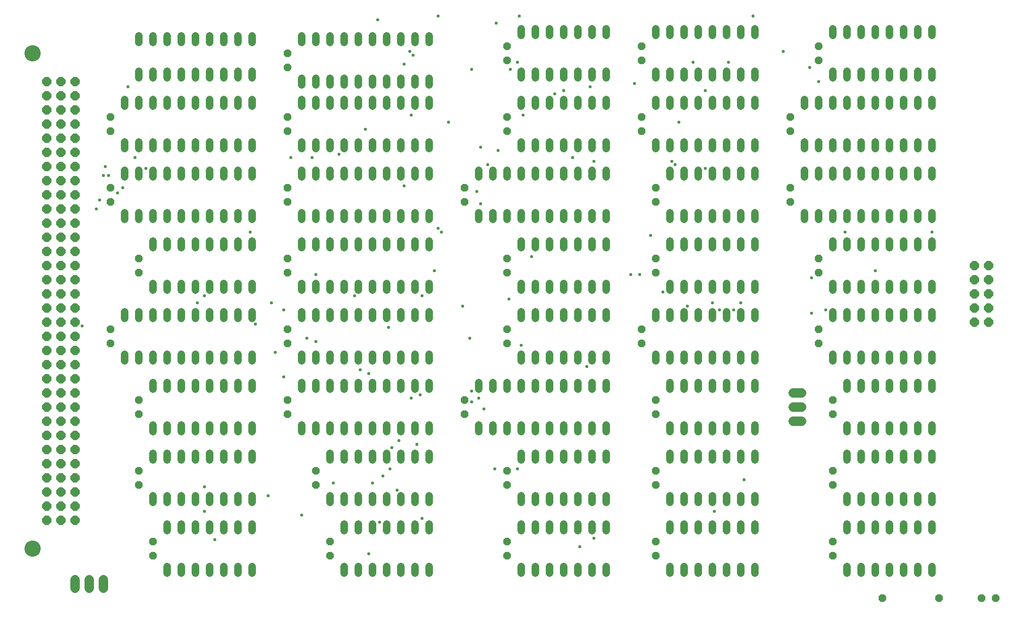
<source format=gbr>
G04 EAGLE Gerber RS-274X export*
G75*
%MOMM*%
%FSLAX34Y34*%
%LPD*%
%INSoldermask Top*%
%IPPOS*%
%AMOC8*
5,1,8,0,0,1.08239X$1,22.5*%
G01*
%ADD10C,1.346200*%
%ADD11P,1.457113X8X112.500000*%
%ADD12P,1.787026X8X292.500000*%
%ADD13P,1.787026X8X202.500000*%
%ADD14C,2.921000*%
%ADD15P,1.457113X8X202.500000*%
%ADD16P,1.457113X8X22.500000*%
%ADD17C,1.651000*%
%ADD18C,0.584200*%


D10*
X1168400Y717804D02*
X1168400Y729996D01*
X1193800Y729996D02*
X1193800Y717804D01*
X1320800Y717804D02*
X1320800Y729996D01*
X1320800Y794004D02*
X1320800Y806196D01*
X1219200Y729996D02*
X1219200Y717804D01*
X1244600Y717804D02*
X1244600Y729996D01*
X1295400Y729996D02*
X1295400Y717804D01*
X1270000Y717804D02*
X1270000Y729996D01*
X1295400Y794004D02*
X1295400Y806196D01*
X1270000Y806196D02*
X1270000Y794004D01*
X1244600Y794004D02*
X1244600Y806196D01*
X1219200Y806196D02*
X1219200Y794004D01*
X1193800Y794004D02*
X1193800Y806196D01*
X1168400Y806196D02*
X1168400Y794004D01*
X1168400Y602996D02*
X1168400Y590804D01*
X1193800Y590804D02*
X1193800Y602996D01*
X1320800Y602996D02*
X1320800Y590804D01*
X1320800Y667004D02*
X1320800Y679196D01*
X1219200Y602996D02*
X1219200Y590804D01*
X1244600Y590804D02*
X1244600Y602996D01*
X1295400Y602996D02*
X1295400Y590804D01*
X1270000Y590804D02*
X1270000Y602996D01*
X1295400Y667004D02*
X1295400Y679196D01*
X1270000Y679196D02*
X1270000Y667004D01*
X1244600Y667004D02*
X1244600Y679196D01*
X1219200Y679196D02*
X1219200Y667004D01*
X1193800Y667004D02*
X1193800Y679196D01*
X1168400Y679196D02*
X1168400Y667004D01*
X1409700Y717804D02*
X1409700Y729996D01*
X1435100Y729996D02*
X1435100Y717804D01*
X1562100Y717804D02*
X1562100Y729996D01*
X1587500Y729996D02*
X1587500Y717804D01*
X1460500Y717804D02*
X1460500Y729996D01*
X1485900Y729996D02*
X1485900Y717804D01*
X1536700Y717804D02*
X1536700Y729996D01*
X1511300Y729996D02*
X1511300Y717804D01*
X1612900Y717804D02*
X1612900Y729996D01*
X1638300Y729996D02*
X1638300Y717804D01*
X1638300Y794004D02*
X1638300Y806196D01*
X1612900Y806196D02*
X1612900Y794004D01*
X1587500Y794004D02*
X1587500Y806196D01*
X1562100Y806196D02*
X1562100Y794004D01*
X1536700Y794004D02*
X1536700Y806196D01*
X1511300Y806196D02*
X1511300Y794004D01*
X1485900Y794004D02*
X1485900Y806196D01*
X1460500Y806196D02*
X1460500Y794004D01*
X1435100Y794004D02*
X1435100Y806196D01*
X1409700Y806196D02*
X1409700Y794004D01*
X241300Y602996D02*
X241300Y590804D01*
X266700Y590804D02*
X266700Y602996D01*
X393700Y602996D02*
X393700Y590804D01*
X419100Y590804D02*
X419100Y602996D01*
X292100Y602996D02*
X292100Y590804D01*
X317500Y590804D02*
X317500Y602996D01*
X368300Y602996D02*
X368300Y590804D01*
X342900Y590804D02*
X342900Y602996D01*
X419100Y667004D02*
X419100Y679196D01*
X393700Y679196D02*
X393700Y667004D01*
X368300Y667004D02*
X368300Y679196D01*
X342900Y679196D02*
X342900Y667004D01*
X317500Y667004D02*
X317500Y679196D01*
X292100Y679196D02*
X292100Y667004D01*
X266700Y667004D02*
X266700Y679196D01*
X241300Y679196D02*
X241300Y667004D01*
X266700Y94996D02*
X266700Y82804D01*
X292100Y82804D02*
X292100Y94996D01*
X419100Y94996D02*
X419100Y82804D01*
X419100Y159004D02*
X419100Y171196D01*
X317500Y94996D02*
X317500Y82804D01*
X342900Y82804D02*
X342900Y94996D01*
X393700Y94996D02*
X393700Y82804D01*
X368300Y82804D02*
X368300Y94996D01*
X393700Y159004D02*
X393700Y171196D01*
X368300Y171196D02*
X368300Y159004D01*
X342900Y159004D02*
X342900Y171196D01*
X317500Y171196D02*
X317500Y159004D01*
X292100Y159004D02*
X292100Y171196D01*
X266700Y171196D02*
X266700Y159004D01*
X190500Y463804D02*
X190500Y475996D01*
X215900Y475996D02*
X215900Y463804D01*
X342900Y463804D02*
X342900Y475996D01*
X368300Y475996D02*
X368300Y463804D01*
X241300Y463804D02*
X241300Y475996D01*
X266700Y475996D02*
X266700Y463804D01*
X317500Y463804D02*
X317500Y475996D01*
X292100Y475996D02*
X292100Y463804D01*
X393700Y463804D02*
X393700Y475996D01*
X419100Y475996D02*
X419100Y463804D01*
X419100Y540004D02*
X419100Y552196D01*
X393700Y552196D02*
X393700Y540004D01*
X368300Y540004D02*
X368300Y552196D01*
X342900Y552196D02*
X342900Y540004D01*
X317500Y540004D02*
X317500Y552196D01*
X292100Y552196D02*
X292100Y540004D01*
X266700Y540004D02*
X266700Y552196D01*
X241300Y552196D02*
X241300Y540004D01*
X215900Y540004D02*
X215900Y552196D01*
X190500Y552196D02*
X190500Y540004D01*
X508000Y475996D02*
X508000Y463804D01*
X533400Y463804D02*
X533400Y475996D01*
X660400Y475996D02*
X660400Y463804D01*
X685800Y463804D02*
X685800Y475996D01*
X558800Y475996D02*
X558800Y463804D01*
X584200Y463804D02*
X584200Y475996D01*
X635000Y475996D02*
X635000Y463804D01*
X609600Y463804D02*
X609600Y475996D01*
X711200Y475996D02*
X711200Y463804D01*
X736600Y463804D02*
X736600Y475996D01*
X736600Y540004D02*
X736600Y552196D01*
X711200Y552196D02*
X711200Y540004D01*
X685800Y540004D02*
X685800Y552196D01*
X660400Y552196D02*
X660400Y540004D01*
X635000Y540004D02*
X635000Y552196D01*
X609600Y552196D02*
X609600Y540004D01*
X584200Y540004D02*
X584200Y552196D01*
X558800Y552196D02*
X558800Y540004D01*
X533400Y540004D02*
X533400Y552196D01*
X508000Y552196D02*
X508000Y540004D01*
X508000Y844804D02*
X508000Y856996D01*
X533400Y856996D02*
X533400Y844804D01*
X660400Y844804D02*
X660400Y856996D01*
X685800Y856996D02*
X685800Y844804D01*
X558800Y844804D02*
X558800Y856996D01*
X584200Y856996D02*
X584200Y844804D01*
X635000Y844804D02*
X635000Y856996D01*
X609600Y856996D02*
X609600Y844804D01*
X711200Y844804D02*
X711200Y856996D01*
X736600Y856996D02*
X736600Y844804D01*
X736600Y921004D02*
X736600Y933196D01*
X711200Y933196D02*
X711200Y921004D01*
X685800Y921004D02*
X685800Y933196D01*
X660400Y933196D02*
X660400Y921004D01*
X635000Y921004D02*
X635000Y933196D01*
X609600Y933196D02*
X609600Y921004D01*
X584200Y921004D02*
X584200Y933196D01*
X558800Y933196D02*
X558800Y921004D01*
X533400Y921004D02*
X533400Y933196D01*
X508000Y933196D02*
X508000Y921004D01*
X825500Y729996D02*
X825500Y717804D01*
X850900Y717804D02*
X850900Y729996D01*
X977900Y729996D02*
X977900Y717804D01*
X1003300Y717804D02*
X1003300Y729996D01*
X876300Y729996D02*
X876300Y717804D01*
X901700Y717804D02*
X901700Y729996D01*
X952500Y729996D02*
X952500Y717804D01*
X927100Y717804D02*
X927100Y729996D01*
X1028700Y729996D02*
X1028700Y717804D01*
X1054100Y717804D02*
X1054100Y729996D01*
X1054100Y794004D02*
X1054100Y806196D01*
X1028700Y806196D02*
X1028700Y794004D01*
X1003300Y794004D02*
X1003300Y806196D01*
X977900Y806196D02*
X977900Y794004D01*
X952500Y794004D02*
X952500Y806196D01*
X927100Y806196D02*
X927100Y794004D01*
X901700Y794004D02*
X901700Y806196D01*
X876300Y806196D02*
X876300Y794004D01*
X850900Y794004D02*
X850900Y806196D01*
X825500Y806196D02*
X825500Y794004D01*
X508000Y602996D02*
X508000Y590804D01*
X533400Y590804D02*
X533400Y602996D01*
X660400Y602996D02*
X660400Y590804D01*
X685800Y590804D02*
X685800Y602996D01*
X558800Y602996D02*
X558800Y590804D01*
X584200Y590804D02*
X584200Y602996D01*
X635000Y602996D02*
X635000Y590804D01*
X609600Y590804D02*
X609600Y602996D01*
X711200Y602996D02*
X711200Y590804D01*
X736600Y590804D02*
X736600Y602996D01*
X736600Y667004D02*
X736600Y679196D01*
X711200Y679196D02*
X711200Y667004D01*
X685800Y667004D02*
X685800Y679196D01*
X660400Y679196D02*
X660400Y667004D01*
X635000Y667004D02*
X635000Y679196D01*
X609600Y679196D02*
X609600Y667004D01*
X584200Y667004D02*
X584200Y679196D01*
X558800Y679196D02*
X558800Y667004D01*
X533400Y667004D02*
X533400Y679196D01*
X508000Y679196D02*
X508000Y667004D01*
X508000Y717804D02*
X508000Y729996D01*
X533400Y729996D02*
X533400Y717804D01*
X660400Y717804D02*
X660400Y729996D01*
X685800Y729996D02*
X685800Y717804D01*
X558800Y717804D02*
X558800Y729996D01*
X584200Y729996D02*
X584200Y717804D01*
X635000Y717804D02*
X635000Y729996D01*
X609600Y729996D02*
X609600Y717804D01*
X711200Y717804D02*
X711200Y729996D01*
X736600Y729996D02*
X736600Y717804D01*
X736600Y794004D02*
X736600Y806196D01*
X711200Y806196D02*
X711200Y794004D01*
X685800Y794004D02*
X685800Y806196D01*
X660400Y806196D02*
X660400Y794004D01*
X635000Y794004D02*
X635000Y806196D01*
X609600Y806196D02*
X609600Y794004D01*
X584200Y794004D02*
X584200Y806196D01*
X558800Y806196D02*
X558800Y794004D01*
X533400Y794004D02*
X533400Y806196D01*
X508000Y806196D02*
X508000Y794004D01*
X241300Y348996D02*
X241300Y336804D01*
X266700Y336804D02*
X266700Y348996D01*
X393700Y348996D02*
X393700Y336804D01*
X419100Y336804D02*
X419100Y348996D01*
X292100Y348996D02*
X292100Y336804D01*
X317500Y336804D02*
X317500Y348996D01*
X368300Y348996D02*
X368300Y336804D01*
X342900Y336804D02*
X342900Y348996D01*
X419100Y413004D02*
X419100Y425196D01*
X393700Y425196D02*
X393700Y413004D01*
X368300Y413004D02*
X368300Y425196D01*
X342900Y425196D02*
X342900Y413004D01*
X317500Y413004D02*
X317500Y425196D01*
X292100Y425196D02*
X292100Y413004D01*
X266700Y413004D02*
X266700Y425196D01*
X241300Y425196D02*
X241300Y413004D01*
X558800Y221996D02*
X558800Y209804D01*
X584200Y209804D02*
X584200Y221996D01*
X711200Y221996D02*
X711200Y209804D01*
X736600Y209804D02*
X736600Y221996D01*
X609600Y221996D02*
X609600Y209804D01*
X635000Y209804D02*
X635000Y221996D01*
X685800Y221996D02*
X685800Y209804D01*
X660400Y209804D02*
X660400Y221996D01*
X736600Y286004D02*
X736600Y298196D01*
X711200Y298196D02*
X711200Y286004D01*
X685800Y286004D02*
X685800Y298196D01*
X660400Y298196D02*
X660400Y286004D01*
X635000Y286004D02*
X635000Y298196D01*
X609600Y298196D02*
X609600Y286004D01*
X584200Y286004D02*
X584200Y298196D01*
X558800Y298196D02*
X558800Y286004D01*
X1168400Y221996D02*
X1168400Y209804D01*
X1193800Y209804D02*
X1193800Y221996D01*
X1320800Y221996D02*
X1320800Y209804D01*
X1320800Y286004D02*
X1320800Y298196D01*
X1219200Y221996D02*
X1219200Y209804D01*
X1244600Y209804D02*
X1244600Y221996D01*
X1295400Y221996D02*
X1295400Y209804D01*
X1270000Y209804D02*
X1270000Y221996D01*
X1295400Y286004D02*
X1295400Y298196D01*
X1270000Y298196D02*
X1270000Y286004D01*
X1244600Y286004D02*
X1244600Y298196D01*
X1219200Y298196D02*
X1219200Y286004D01*
X1193800Y286004D02*
X1193800Y298196D01*
X1168400Y298196D02*
X1168400Y286004D01*
X1485900Y94996D02*
X1485900Y82804D01*
X1511300Y82804D02*
X1511300Y94996D01*
X1638300Y94996D02*
X1638300Y82804D01*
X1638300Y159004D02*
X1638300Y171196D01*
X1536700Y94996D02*
X1536700Y82804D01*
X1562100Y82804D02*
X1562100Y94996D01*
X1612900Y94996D02*
X1612900Y82804D01*
X1587500Y82804D02*
X1587500Y94996D01*
X1612900Y159004D02*
X1612900Y171196D01*
X1587500Y171196D02*
X1587500Y159004D01*
X1562100Y159004D02*
X1562100Y171196D01*
X1536700Y171196D02*
X1536700Y159004D01*
X1511300Y159004D02*
X1511300Y171196D01*
X1485900Y171196D02*
X1485900Y159004D01*
X241300Y209804D02*
X241300Y221996D01*
X266700Y221996D02*
X266700Y209804D01*
X393700Y209804D02*
X393700Y221996D01*
X419100Y221996D02*
X419100Y209804D01*
X292100Y209804D02*
X292100Y221996D01*
X317500Y221996D02*
X317500Y209804D01*
X368300Y209804D02*
X368300Y221996D01*
X342900Y221996D02*
X342900Y209804D01*
X419100Y286004D02*
X419100Y298196D01*
X393700Y298196D02*
X393700Y286004D01*
X368300Y286004D02*
X368300Y298196D01*
X342900Y298196D02*
X342900Y286004D01*
X317500Y286004D02*
X317500Y298196D01*
X292100Y298196D02*
X292100Y286004D01*
X266700Y286004D02*
X266700Y298196D01*
X241300Y298196D02*
X241300Y286004D01*
X584200Y94996D02*
X584200Y82804D01*
X609600Y82804D02*
X609600Y94996D01*
X736600Y94996D02*
X736600Y82804D01*
X736600Y159004D02*
X736600Y171196D01*
X635000Y94996D02*
X635000Y82804D01*
X660400Y82804D02*
X660400Y94996D01*
X711200Y94996D02*
X711200Y82804D01*
X685800Y82804D02*
X685800Y94996D01*
X711200Y159004D02*
X711200Y171196D01*
X685800Y171196D02*
X685800Y159004D01*
X660400Y159004D02*
X660400Y171196D01*
X635000Y171196D02*
X635000Y159004D01*
X609600Y159004D02*
X609600Y171196D01*
X584200Y171196D02*
X584200Y159004D01*
X215900Y971804D02*
X215900Y983996D01*
X241300Y983996D02*
X241300Y971804D01*
X266700Y971804D02*
X266700Y983996D01*
X292100Y983996D02*
X292100Y971804D01*
X317500Y971804D02*
X317500Y983996D01*
X342900Y983996D02*
X342900Y971804D01*
X368300Y971804D02*
X368300Y983996D01*
X393700Y983996D02*
X393700Y971804D01*
X419100Y971804D02*
X419100Y983996D01*
X215900Y1035304D02*
X215900Y1047496D01*
X241300Y1047496D02*
X241300Y1035304D01*
X266700Y1035304D02*
X266700Y1047496D01*
X292100Y1047496D02*
X292100Y1035304D01*
X317500Y1035304D02*
X317500Y1047496D01*
X342900Y1047496D02*
X342900Y1035304D01*
X368300Y1035304D02*
X368300Y1047496D01*
X393700Y1047496D02*
X393700Y1035304D01*
X419100Y1035304D02*
X419100Y1047496D01*
X190500Y856996D02*
X190500Y844804D01*
X215900Y844804D02*
X215900Y856996D01*
X342900Y856996D02*
X342900Y844804D01*
X368300Y844804D02*
X368300Y856996D01*
X241300Y856996D02*
X241300Y844804D01*
X266700Y844804D02*
X266700Y856996D01*
X317500Y856996D02*
X317500Y844804D01*
X292100Y844804D02*
X292100Y856996D01*
X393700Y856996D02*
X393700Y844804D01*
X419100Y844804D02*
X419100Y856996D01*
X419100Y921004D02*
X419100Y933196D01*
X393700Y933196D02*
X393700Y921004D01*
X368300Y921004D02*
X368300Y933196D01*
X342900Y933196D02*
X342900Y921004D01*
X317500Y921004D02*
X317500Y933196D01*
X292100Y933196D02*
X292100Y921004D01*
X266700Y921004D02*
X266700Y933196D01*
X241300Y933196D02*
X241300Y921004D01*
X215900Y921004D02*
X215900Y933196D01*
X190500Y933196D02*
X190500Y921004D01*
X190500Y729996D02*
X190500Y717804D01*
X215900Y717804D02*
X215900Y729996D01*
X342900Y729996D02*
X342900Y717804D01*
X368300Y717804D02*
X368300Y729996D01*
X241300Y729996D02*
X241300Y717804D01*
X266700Y717804D02*
X266700Y729996D01*
X317500Y729996D02*
X317500Y717804D01*
X292100Y717804D02*
X292100Y729996D01*
X393700Y729996D02*
X393700Y717804D01*
X419100Y717804D02*
X419100Y729996D01*
X419100Y794004D02*
X419100Y806196D01*
X393700Y806196D02*
X393700Y794004D01*
X368300Y794004D02*
X368300Y806196D01*
X342900Y806196D02*
X342900Y794004D01*
X317500Y794004D02*
X317500Y806196D01*
X292100Y806196D02*
X292100Y794004D01*
X266700Y794004D02*
X266700Y806196D01*
X241300Y806196D02*
X241300Y794004D01*
X215900Y794004D02*
X215900Y806196D01*
X190500Y806196D02*
X190500Y794004D01*
X1143000Y844804D02*
X1143000Y856996D01*
X1168400Y856996D02*
X1168400Y844804D01*
X1295400Y844804D02*
X1295400Y856996D01*
X1320800Y856996D02*
X1320800Y844804D01*
X1193800Y844804D02*
X1193800Y856996D01*
X1219200Y856996D02*
X1219200Y844804D01*
X1270000Y844804D02*
X1270000Y856996D01*
X1244600Y856996D02*
X1244600Y844804D01*
X1320800Y921004D02*
X1320800Y933196D01*
X1295400Y933196D02*
X1295400Y921004D01*
X1270000Y921004D02*
X1270000Y933196D01*
X1244600Y933196D02*
X1244600Y921004D01*
X1219200Y921004D02*
X1219200Y933196D01*
X1193800Y933196D02*
X1193800Y921004D01*
X1168400Y921004D02*
X1168400Y933196D01*
X1143000Y933196D02*
X1143000Y921004D01*
X1143000Y475996D02*
X1143000Y463804D01*
X1168400Y463804D02*
X1168400Y475996D01*
X1295400Y475996D02*
X1295400Y463804D01*
X1320800Y463804D02*
X1320800Y475996D01*
X1193800Y475996D02*
X1193800Y463804D01*
X1219200Y463804D02*
X1219200Y475996D01*
X1270000Y475996D02*
X1270000Y463804D01*
X1244600Y463804D02*
X1244600Y475996D01*
X1320800Y540004D02*
X1320800Y552196D01*
X1295400Y552196D02*
X1295400Y540004D01*
X1270000Y540004D02*
X1270000Y552196D01*
X1244600Y552196D02*
X1244600Y540004D01*
X1219200Y540004D02*
X1219200Y552196D01*
X1193800Y552196D02*
X1193800Y540004D01*
X1168400Y540004D02*
X1168400Y552196D01*
X1143000Y552196D02*
X1143000Y540004D01*
X1143000Y971804D02*
X1143000Y983996D01*
X1168400Y983996D02*
X1168400Y971804D01*
X1295400Y971804D02*
X1295400Y983996D01*
X1320800Y983996D02*
X1320800Y971804D01*
X1193800Y971804D02*
X1193800Y983996D01*
X1219200Y983996D02*
X1219200Y971804D01*
X1270000Y971804D02*
X1270000Y983996D01*
X1244600Y983996D02*
X1244600Y971804D01*
X1320800Y1048004D02*
X1320800Y1060196D01*
X1295400Y1060196D02*
X1295400Y1048004D01*
X1270000Y1048004D02*
X1270000Y1060196D01*
X1244600Y1060196D02*
X1244600Y1048004D01*
X1219200Y1048004D02*
X1219200Y1060196D01*
X1193800Y1060196D02*
X1193800Y1048004D01*
X1168400Y1048004D02*
X1168400Y1060196D01*
X1143000Y1060196D02*
X1143000Y1048004D01*
X1460500Y602996D02*
X1460500Y590804D01*
X1485900Y590804D02*
X1485900Y602996D01*
X1612900Y602996D02*
X1612900Y590804D01*
X1638300Y590804D02*
X1638300Y602996D01*
X1511300Y602996D02*
X1511300Y590804D01*
X1536700Y590804D02*
X1536700Y602996D01*
X1587500Y602996D02*
X1587500Y590804D01*
X1562100Y590804D02*
X1562100Y602996D01*
X1638300Y667004D02*
X1638300Y679196D01*
X1612900Y679196D02*
X1612900Y667004D01*
X1587500Y667004D02*
X1587500Y679196D01*
X1562100Y679196D02*
X1562100Y667004D01*
X1536700Y667004D02*
X1536700Y679196D01*
X1511300Y679196D02*
X1511300Y667004D01*
X1485900Y667004D02*
X1485900Y679196D01*
X1460500Y679196D02*
X1460500Y667004D01*
X1409700Y844804D02*
X1409700Y856996D01*
X1435100Y856996D02*
X1435100Y844804D01*
X1562100Y844804D02*
X1562100Y856996D01*
X1587500Y856996D02*
X1587500Y844804D01*
X1460500Y844804D02*
X1460500Y856996D01*
X1485900Y856996D02*
X1485900Y844804D01*
X1536700Y844804D02*
X1536700Y856996D01*
X1511300Y856996D02*
X1511300Y844804D01*
X1612900Y844804D02*
X1612900Y856996D01*
X1638300Y856996D02*
X1638300Y844804D01*
X1638300Y921004D02*
X1638300Y933196D01*
X1612900Y933196D02*
X1612900Y921004D01*
X1587500Y921004D02*
X1587500Y933196D01*
X1562100Y933196D02*
X1562100Y921004D01*
X1536700Y921004D02*
X1536700Y933196D01*
X1511300Y933196D02*
X1511300Y921004D01*
X1485900Y921004D02*
X1485900Y933196D01*
X1460500Y933196D02*
X1460500Y921004D01*
X1435100Y921004D02*
X1435100Y933196D01*
X1409700Y933196D02*
X1409700Y921004D01*
X1460500Y971804D02*
X1460500Y983996D01*
X1485900Y983996D02*
X1485900Y971804D01*
X1612900Y971804D02*
X1612900Y983996D01*
X1638300Y983996D02*
X1638300Y971804D01*
X1511300Y971804D02*
X1511300Y983996D01*
X1536700Y983996D02*
X1536700Y971804D01*
X1587500Y971804D02*
X1587500Y983996D01*
X1562100Y983996D02*
X1562100Y971804D01*
X1638300Y1048004D02*
X1638300Y1060196D01*
X1612900Y1060196D02*
X1612900Y1048004D01*
X1587500Y1048004D02*
X1587500Y1060196D01*
X1562100Y1060196D02*
X1562100Y1048004D01*
X1536700Y1048004D02*
X1536700Y1060196D01*
X1511300Y1060196D02*
X1511300Y1048004D01*
X1485900Y1048004D02*
X1485900Y1060196D01*
X1460500Y1060196D02*
X1460500Y1048004D01*
D11*
X876300Y495300D03*
X876300Y520700D03*
X1143000Y114300D03*
X1143000Y139700D03*
X215900Y622300D03*
X215900Y647700D03*
X1384300Y876300D03*
X1384300Y901700D03*
X1117600Y495300D03*
X1117600Y520700D03*
X1143000Y368300D03*
X1143000Y393700D03*
X241300Y114300D03*
X241300Y139700D03*
X482600Y495300D03*
X482600Y520700D03*
X215900Y241300D03*
X215900Y266700D03*
X1117600Y876300D03*
X1117600Y901700D03*
X800100Y749300D03*
X800100Y774700D03*
X1460500Y368300D03*
X1460500Y393700D03*
X1435100Y1003300D03*
X1435100Y1028700D03*
X1117600Y1003300D03*
X1117600Y1028700D03*
X1460500Y241300D03*
X1460500Y266700D03*
X482600Y368300D03*
X482600Y393700D03*
X215900Y368300D03*
X215900Y393700D03*
X482600Y876300D03*
X482600Y901700D03*
X876300Y1003300D03*
X876300Y1028700D03*
X1143000Y241300D03*
X1143000Y266700D03*
X876300Y876300D03*
X876300Y901700D03*
X1460500Y114300D03*
X1460500Y139700D03*
X533400Y241300D03*
X533400Y266700D03*
X165100Y749300D03*
X165100Y774700D03*
X165100Y876300D03*
X165100Y901700D03*
X1384300Y749300D03*
X1384300Y774700D03*
X1435100Y622300D03*
X1435100Y647700D03*
X1143000Y749300D03*
X1143000Y774700D03*
X1143000Y622300D03*
X1143000Y647700D03*
X1435100Y495300D03*
X1435100Y520700D03*
X876300Y241300D03*
X876300Y266700D03*
X876300Y114300D03*
X876300Y139700D03*
X558800Y114300D03*
X558800Y139700D03*
X482600Y990600D03*
X482600Y1016000D03*
X876300Y622300D03*
X876300Y647700D03*
X165100Y495300D03*
X165100Y520700D03*
X800100Y368300D03*
X800100Y393700D03*
D10*
X901700Y221996D02*
X901700Y209804D01*
X927100Y209804D02*
X927100Y221996D01*
X1054100Y221996D02*
X1054100Y209804D01*
X1054100Y286004D02*
X1054100Y298196D01*
X952500Y221996D02*
X952500Y209804D01*
X977900Y209804D02*
X977900Y221996D01*
X1028700Y221996D02*
X1028700Y209804D01*
X1003300Y209804D02*
X1003300Y221996D01*
X1028700Y286004D02*
X1028700Y298196D01*
X1003300Y298196D02*
X1003300Y286004D01*
X977900Y286004D02*
X977900Y298196D01*
X952500Y298196D02*
X952500Y286004D01*
X927100Y286004D02*
X927100Y298196D01*
X901700Y298196D02*
X901700Y286004D01*
X901700Y94996D02*
X901700Y82804D01*
X927100Y82804D02*
X927100Y94996D01*
X1054100Y94996D02*
X1054100Y82804D01*
X1054100Y159004D02*
X1054100Y171196D01*
X952500Y94996D02*
X952500Y82804D01*
X977900Y82804D02*
X977900Y94996D01*
X1028700Y94996D02*
X1028700Y82804D01*
X1003300Y82804D02*
X1003300Y94996D01*
X1028700Y159004D02*
X1028700Y171196D01*
X1003300Y171196D02*
X1003300Y159004D01*
X977900Y159004D02*
X977900Y171196D01*
X952500Y171196D02*
X952500Y159004D01*
X927100Y159004D02*
X927100Y171196D01*
X901700Y171196D02*
X901700Y159004D01*
X901700Y844804D02*
X901700Y856996D01*
X927100Y856996D02*
X927100Y844804D01*
X1054100Y844804D02*
X1054100Y856996D01*
X1054100Y921004D02*
X1054100Y933196D01*
X952500Y856996D02*
X952500Y844804D01*
X977900Y844804D02*
X977900Y856996D01*
X1028700Y856996D02*
X1028700Y844804D01*
X1003300Y844804D02*
X1003300Y856996D01*
X1028700Y921004D02*
X1028700Y933196D01*
X1003300Y933196D02*
X1003300Y921004D01*
X977900Y921004D02*
X977900Y933196D01*
X952500Y933196D02*
X952500Y921004D01*
X927100Y921004D02*
X927100Y933196D01*
X901700Y933196D02*
X901700Y921004D01*
X508000Y348996D02*
X508000Y336804D01*
X533400Y336804D02*
X533400Y348996D01*
X660400Y348996D02*
X660400Y336804D01*
X685800Y336804D02*
X685800Y348996D01*
X558800Y348996D02*
X558800Y336804D01*
X584200Y336804D02*
X584200Y348996D01*
X635000Y348996D02*
X635000Y336804D01*
X609600Y336804D02*
X609600Y348996D01*
X711200Y348996D02*
X711200Y336804D01*
X736600Y336804D02*
X736600Y348996D01*
X736600Y413004D02*
X736600Y425196D01*
X711200Y425196D02*
X711200Y413004D01*
X685800Y413004D02*
X685800Y425196D01*
X660400Y425196D02*
X660400Y413004D01*
X635000Y413004D02*
X635000Y425196D01*
X609600Y425196D02*
X609600Y413004D01*
X584200Y413004D02*
X584200Y425196D01*
X558800Y425196D02*
X558800Y413004D01*
X533400Y413004D02*
X533400Y425196D01*
X508000Y425196D02*
X508000Y413004D01*
X825500Y348996D02*
X825500Y336804D01*
X850900Y336804D02*
X850900Y348996D01*
X977900Y348996D02*
X977900Y336804D01*
X1003300Y336804D02*
X1003300Y348996D01*
X876300Y348996D02*
X876300Y336804D01*
X901700Y336804D02*
X901700Y348996D01*
X952500Y348996D02*
X952500Y336804D01*
X927100Y336804D02*
X927100Y348996D01*
X1028700Y348996D02*
X1028700Y336804D01*
X1054100Y336804D02*
X1054100Y348996D01*
X1054100Y413004D02*
X1054100Y425196D01*
X1028700Y425196D02*
X1028700Y413004D01*
X1003300Y413004D02*
X1003300Y425196D01*
X977900Y425196D02*
X977900Y413004D01*
X952500Y413004D02*
X952500Y425196D01*
X927100Y425196D02*
X927100Y413004D01*
X901700Y413004D02*
X901700Y425196D01*
X876300Y425196D02*
X876300Y413004D01*
X850900Y413004D02*
X850900Y425196D01*
X825500Y425196D02*
X825500Y413004D01*
X508000Y959104D02*
X508000Y971296D01*
X533400Y971296D02*
X533400Y959104D01*
X660400Y959104D02*
X660400Y971296D01*
X685800Y971296D02*
X685800Y959104D01*
X558800Y959104D02*
X558800Y971296D01*
X584200Y971296D02*
X584200Y959104D01*
X635000Y959104D02*
X635000Y971296D01*
X609600Y971296D02*
X609600Y959104D01*
X711200Y959104D02*
X711200Y971296D01*
X736600Y971296D02*
X736600Y959104D01*
X736600Y1035304D02*
X736600Y1047496D01*
X711200Y1047496D02*
X711200Y1035304D01*
X685800Y1035304D02*
X685800Y1047496D01*
X660400Y1047496D02*
X660400Y1035304D01*
X635000Y1035304D02*
X635000Y1047496D01*
X609600Y1047496D02*
X609600Y1035304D01*
X584200Y1035304D02*
X584200Y1047496D01*
X558800Y1047496D02*
X558800Y1035304D01*
X533400Y1035304D02*
X533400Y1047496D01*
X508000Y1047496D02*
X508000Y1035304D01*
X901700Y602996D02*
X901700Y590804D01*
X927100Y590804D02*
X927100Y602996D01*
X1054100Y602996D02*
X1054100Y590804D01*
X1054100Y667004D02*
X1054100Y679196D01*
X952500Y602996D02*
X952500Y590804D01*
X977900Y590804D02*
X977900Y602996D01*
X1028700Y602996D02*
X1028700Y590804D01*
X1003300Y590804D02*
X1003300Y602996D01*
X1028700Y667004D02*
X1028700Y679196D01*
X1003300Y679196D02*
X1003300Y667004D01*
X977900Y667004D02*
X977900Y679196D01*
X952500Y679196D02*
X952500Y667004D01*
X927100Y667004D02*
X927100Y679196D01*
X901700Y679196D02*
X901700Y667004D01*
X901700Y475996D02*
X901700Y463804D01*
X927100Y463804D02*
X927100Y475996D01*
X1054100Y475996D02*
X1054100Y463804D01*
X1054100Y540004D02*
X1054100Y552196D01*
X952500Y475996D02*
X952500Y463804D01*
X977900Y463804D02*
X977900Y475996D01*
X1028700Y475996D02*
X1028700Y463804D01*
X1003300Y463804D02*
X1003300Y475996D01*
X1028700Y540004D02*
X1028700Y552196D01*
X1003300Y552196D02*
X1003300Y540004D01*
X977900Y540004D02*
X977900Y552196D01*
X952500Y552196D02*
X952500Y540004D01*
X927100Y540004D02*
X927100Y552196D01*
X901700Y552196D02*
X901700Y540004D01*
X901700Y971804D02*
X901700Y983996D01*
X927100Y983996D02*
X927100Y971804D01*
X1054100Y971804D02*
X1054100Y983996D01*
X1054100Y1048004D02*
X1054100Y1060196D01*
X952500Y983996D02*
X952500Y971804D01*
X977900Y971804D02*
X977900Y983996D01*
X1028700Y983996D02*
X1028700Y971804D01*
X1003300Y971804D02*
X1003300Y983996D01*
X1028700Y1048004D02*
X1028700Y1060196D01*
X1003300Y1060196D02*
X1003300Y1048004D01*
X977900Y1048004D02*
X977900Y1060196D01*
X952500Y1060196D02*
X952500Y1048004D01*
X927100Y1048004D02*
X927100Y1060196D01*
X901700Y1060196D02*
X901700Y1048004D01*
X1485900Y221996D02*
X1485900Y209804D01*
X1511300Y209804D02*
X1511300Y221996D01*
X1638300Y221996D02*
X1638300Y209804D01*
X1638300Y286004D02*
X1638300Y298196D01*
X1536700Y221996D02*
X1536700Y209804D01*
X1562100Y209804D02*
X1562100Y221996D01*
X1612900Y221996D02*
X1612900Y209804D01*
X1587500Y209804D02*
X1587500Y221996D01*
X1612900Y286004D02*
X1612900Y298196D01*
X1587500Y298196D02*
X1587500Y286004D01*
X1562100Y286004D02*
X1562100Y298196D01*
X1536700Y298196D02*
X1536700Y286004D01*
X1511300Y286004D02*
X1511300Y298196D01*
X1485900Y298196D02*
X1485900Y286004D01*
X1485900Y336804D02*
X1485900Y348996D01*
X1511300Y348996D02*
X1511300Y336804D01*
X1638300Y336804D02*
X1638300Y348996D01*
X1638300Y413004D02*
X1638300Y425196D01*
X1536700Y348996D02*
X1536700Y336804D01*
X1562100Y336804D02*
X1562100Y348996D01*
X1612900Y348996D02*
X1612900Y336804D01*
X1587500Y336804D02*
X1587500Y348996D01*
X1612900Y413004D02*
X1612900Y425196D01*
X1587500Y425196D02*
X1587500Y413004D01*
X1562100Y413004D02*
X1562100Y425196D01*
X1536700Y425196D02*
X1536700Y413004D01*
X1511300Y413004D02*
X1511300Y425196D01*
X1485900Y425196D02*
X1485900Y413004D01*
X1168400Y348996D02*
X1168400Y336804D01*
X1193800Y336804D02*
X1193800Y348996D01*
X1320800Y348996D02*
X1320800Y336804D01*
X1320800Y413004D02*
X1320800Y425196D01*
X1219200Y348996D02*
X1219200Y336804D01*
X1244600Y336804D02*
X1244600Y348996D01*
X1295400Y348996D02*
X1295400Y336804D01*
X1270000Y336804D02*
X1270000Y348996D01*
X1295400Y413004D02*
X1295400Y425196D01*
X1270000Y425196D02*
X1270000Y413004D01*
X1244600Y413004D02*
X1244600Y425196D01*
X1219200Y425196D02*
X1219200Y413004D01*
X1193800Y413004D02*
X1193800Y425196D01*
X1168400Y425196D02*
X1168400Y413004D01*
X1168400Y94996D02*
X1168400Y82804D01*
X1193800Y82804D02*
X1193800Y94996D01*
X1320800Y94996D02*
X1320800Y82804D01*
X1320800Y159004D02*
X1320800Y171196D01*
X1219200Y94996D02*
X1219200Y82804D01*
X1244600Y82804D02*
X1244600Y94996D01*
X1295400Y94996D02*
X1295400Y82804D01*
X1270000Y82804D02*
X1270000Y94996D01*
X1295400Y159004D02*
X1295400Y171196D01*
X1270000Y171196D02*
X1270000Y159004D01*
X1244600Y159004D02*
X1244600Y171196D01*
X1219200Y171196D02*
X1219200Y159004D01*
X1193800Y159004D02*
X1193800Y171196D01*
X1168400Y171196D02*
X1168400Y159004D01*
X1460500Y463804D02*
X1460500Y475996D01*
X1485900Y475996D02*
X1485900Y463804D01*
X1612900Y463804D02*
X1612900Y475996D01*
X1638300Y475996D02*
X1638300Y463804D01*
X1511300Y463804D02*
X1511300Y475996D01*
X1536700Y475996D02*
X1536700Y463804D01*
X1587500Y463804D02*
X1587500Y475996D01*
X1562100Y475996D02*
X1562100Y463804D01*
X1638300Y540004D02*
X1638300Y552196D01*
X1612900Y552196D02*
X1612900Y540004D01*
X1587500Y540004D02*
X1587500Y552196D01*
X1562100Y552196D02*
X1562100Y540004D01*
X1536700Y540004D02*
X1536700Y552196D01*
X1511300Y552196D02*
X1511300Y540004D01*
X1485900Y540004D02*
X1485900Y552196D01*
X1460500Y552196D02*
X1460500Y540004D01*
D11*
X482600Y749300D03*
X482600Y774700D03*
X482600Y622300D03*
X482600Y647700D03*
D12*
X1714500Y635000D03*
X1714500Y609600D03*
X1714500Y584200D03*
X1714500Y558800D03*
X1714500Y533400D03*
X1739900Y635000D03*
X1739900Y609600D03*
X1739900Y584200D03*
X1739900Y558800D03*
X1739900Y533400D03*
D13*
X50800Y177800D03*
X50800Y203200D03*
X50800Y228600D03*
X50800Y254000D03*
X50800Y279400D03*
X50800Y304800D03*
X50800Y330200D03*
X50800Y355600D03*
X50800Y381000D03*
X50800Y406400D03*
X50800Y431800D03*
X50800Y457200D03*
X50800Y482600D03*
X50800Y508000D03*
X50800Y533400D03*
X50800Y558800D03*
X76200Y177800D03*
X76200Y203200D03*
X76200Y228600D03*
X76200Y254000D03*
X76200Y279400D03*
X76200Y304800D03*
X76200Y330200D03*
X76200Y355600D03*
X76200Y381000D03*
X76200Y406400D03*
X76200Y431800D03*
X76200Y457200D03*
X76200Y482600D03*
X76200Y508000D03*
X76200Y533400D03*
X76200Y558800D03*
X101600Y177800D03*
X101600Y203200D03*
X101600Y228600D03*
X101600Y254000D03*
X101600Y279400D03*
X101600Y304800D03*
X101600Y330200D03*
X101600Y355600D03*
X101600Y381000D03*
X101600Y406400D03*
X101600Y431800D03*
X101600Y457200D03*
X101600Y482600D03*
X101600Y508000D03*
X101600Y533400D03*
X101600Y558800D03*
X50800Y584200D03*
X50800Y609600D03*
X50800Y635000D03*
X50800Y660400D03*
X50800Y685800D03*
X50800Y711200D03*
X50800Y736600D03*
X50800Y762000D03*
X50800Y787400D03*
X50800Y812800D03*
X50800Y838200D03*
X50800Y863600D03*
X50800Y889000D03*
X50800Y914400D03*
X50800Y939800D03*
X50800Y965200D03*
X76200Y584200D03*
X76200Y609600D03*
X76200Y635000D03*
X76200Y660400D03*
X76200Y685800D03*
X76200Y711200D03*
X76200Y736600D03*
X76200Y762000D03*
X76200Y787400D03*
X76200Y812800D03*
X76200Y838200D03*
X76200Y863600D03*
X76200Y889000D03*
X76200Y914400D03*
X76200Y939800D03*
X76200Y965200D03*
X101600Y584200D03*
X101600Y609600D03*
X101600Y635000D03*
X101600Y660400D03*
X101600Y685800D03*
X101600Y711200D03*
X101600Y736600D03*
X101600Y762000D03*
X101600Y787400D03*
X101600Y812800D03*
X101600Y838200D03*
X101600Y863600D03*
X101600Y889000D03*
X101600Y914400D03*
X101600Y939800D03*
X101600Y965200D03*
D14*
X25400Y1016064D03*
X25400Y126936D03*
D15*
X1752600Y38100D03*
X1727200Y38100D03*
D16*
X1549400Y38100D03*
X1651000Y38100D03*
D17*
X101600Y55880D02*
X101600Y71120D01*
X127000Y71120D02*
X127000Y55880D01*
X152400Y55880D02*
X152400Y71120D01*
X1389380Y355600D02*
X1404620Y355600D01*
X1404620Y381000D02*
X1389380Y381000D01*
X1389380Y406400D02*
X1404620Y406400D01*
D18*
X425450Y530225D03*
X708025Y1012825D03*
X692150Y996950D03*
X476250Y555625D03*
X533400Y498475D03*
X1435100Y965200D03*
X1317625Y1082675D03*
X644525Y1076325D03*
X476250Y434975D03*
X1231900Y949325D03*
X1209675Y1000125D03*
X701675Y1019175D03*
X460375Y479425D03*
X825500Y396875D03*
X812800Y409575D03*
X752475Y1082675D03*
X771525Y892175D03*
X682625Y320675D03*
X663575Y523875D03*
X752475Y701675D03*
X809625Y504825D03*
X1482725Y695325D03*
X879475Y574675D03*
X828675Y746125D03*
X758825Y695325D03*
X1155700Y587375D03*
X1447800Y555625D03*
X1273175Y1000125D03*
X1536700Y625475D03*
X1019175Y454025D03*
X1295400Y568325D03*
X1282700Y555625D03*
X647700Y174625D03*
X1244600Y568325D03*
X1133475Y688975D03*
X533400Y619125D03*
X527050Y828675D03*
X746125Y625475D03*
X574675Y835025D03*
X603250Y581025D03*
X1031875Y822325D03*
X622300Y879475D03*
X920750Y650875D03*
X1184275Y892175D03*
X904875Y904875D03*
X723900Y180975D03*
X898525Y1082675D03*
X1200150Y561975D03*
X796925Y561975D03*
X857250Y1069975D03*
X447675Y222250D03*
X962025Y942975D03*
X333375Y238125D03*
X333375Y193675D03*
X1114425Y619125D03*
X565150Y244475D03*
X508000Y187325D03*
X1098550Y619125D03*
X1231900Y809625D03*
X1171575Y822325D03*
X1422400Y549275D03*
X1422400Y612775D03*
X841375Y815975D03*
X822325Y768350D03*
X692150Y777875D03*
X860425Y841375D03*
X828675Y847725D03*
X1638300Y695325D03*
X654050Y257175D03*
X679450Y231775D03*
X704850Y904875D03*
X612775Y447675D03*
X812800Y390525D03*
X114300Y527050D03*
X1104900Y962025D03*
X993775Y828675D03*
X723900Y581025D03*
X835025Y377825D03*
X454025Y568325D03*
X517525Y504825D03*
X333375Y581025D03*
X320675Y568325D03*
X628650Y117475D03*
X1006475Y130175D03*
X1301750Y250825D03*
X352425Y142875D03*
X152400Y796925D03*
X139700Y736600D03*
X161925Y796925D03*
X146050Y752475D03*
X155575Y812800D03*
X187325Y774700D03*
X177800Y765175D03*
X228600Y809625D03*
X209550Y828675D03*
X196850Y955675D03*
X1371600Y1019175D03*
X1419225Y990600D03*
X415925Y695325D03*
X635000Y244475D03*
X666750Y269875D03*
X669925Y307975D03*
X714375Y314325D03*
X720725Y403225D03*
X854075Y269875D03*
X704850Y396875D03*
X901700Y492125D03*
X812800Y987425D03*
X1025525Y955675D03*
X977900Y949325D03*
X882650Y987425D03*
X895350Y1000125D03*
X1031875Y146050D03*
X488950Y828675D03*
X895350Y269875D03*
X628650Y441325D03*
X1177925Y815975D03*
X1257300Y555625D03*
X1247775Y193675D03*
M02*

</source>
